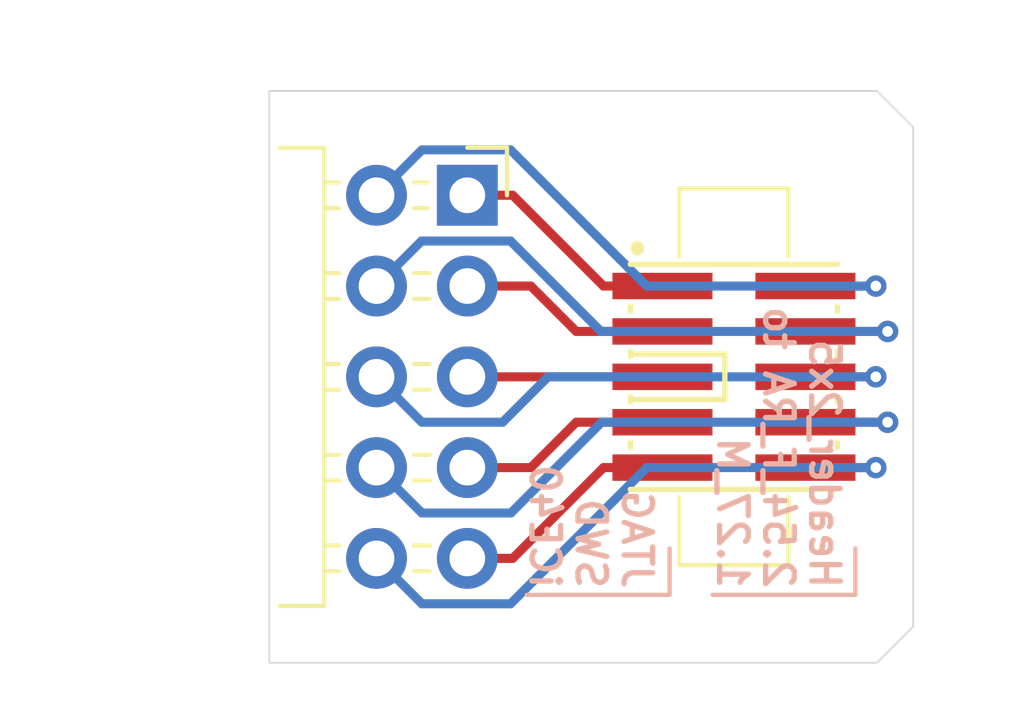
<source format=kicad_pcb>
(kicad_pcb (version 20171130) (host pcbnew "(5.1.5-0-10_14)")

  (general
    (thickness 1.2)
    (drawings 16)
    (tracks 45)
    (zones 0)
    (modules 2)
    (nets 11)
  )

  (page A4)
  (layers
    (0 F.Cu signal)
    (31 B.Cu signal)
    (32 B.Adhes user)
    (33 F.Adhes user)
    (34 B.Paste user)
    (35 F.Paste user)
    (36 B.SilkS user)
    (37 F.SilkS user)
    (38 B.Mask user)
    (39 F.Mask user)
    (40 Dwgs.User user)
    (41 Cmts.User user)
    (42 Eco1.User user)
    (43 Eco2.User user)
    (44 Edge.Cuts user)
    (45 Margin user)
    (46 B.CrtYd user)
    (47 F.CrtYd user)
    (48 B.Fab user)
    (49 F.Fab user)
  )

  (setup
    (last_trace_width 0.1524)
    (user_trace_width 0.1524)
    (user_trace_width 0.254)
    (trace_clearance 0.1524)
    (zone_clearance 0.508)
    (zone_45_only no)
    (trace_min 0.1524)
    (via_size 0.6)
    (via_drill 0.3)
    (via_min_size 0.6)
    (via_min_drill 0.3)
    (user_via 0.6 0.3)
    (uvia_size 0.3)
    (uvia_drill 0.1)
    (uvias_allowed no)
    (uvia_min_size 0.2)
    (uvia_min_drill 0.1)
    (edge_width 0.05)
    (segment_width 0.2)
    (pcb_text_width 0.3)
    (pcb_text_size 1.5 1.5)
    (mod_edge_width 0.12)
    (mod_text_size 1 1)
    (mod_text_width 0.15)
    (pad_size 1.524 1.524)
    (pad_drill 0.762)
    (pad_to_mask_clearance 0.05)
    (solder_mask_min_width 0.2)
    (aux_axis_origin 0 0)
    (grid_origin 150 100)
    (visible_elements FFFFFF7F)
    (pcbplotparams
      (layerselection 0x010fc_ffffffff)
      (usegerberextensions false)
      (usegerberattributes false)
      (usegerberadvancedattributes false)
      (creategerberjobfile false)
      (excludeedgelayer true)
      (linewidth 0.100000)
      (plotframeref false)
      (viasonmask false)
      (mode 1)
      (useauxorigin false)
      (hpglpennumber 1)
      (hpglpenspeed 20)
      (hpglpendiameter 15.000000)
      (psnegative false)
      (psa4output false)
      (plotreference true)
      (plotvalue true)
      (plotinvisibletext false)
      (padsonsilk false)
      (subtractmaskfromsilk false)
      (outputformat 1)
      (mirror false)
      (drillshape 1)
      (scaleselection 1)
      (outputdirectory ""))
  )

  (net 0 "")
  (net 1 PIN10)
  (net 2 PIN9)
  (net 3 PIN8)
  (net 4 PIN7)
  (net 5 PIN6)
  (net 6 PIN5)
  (net 7 PIN4)
  (net 8 PIN3)
  (net 9 PIN2)
  (net 10 PIN1)

  (net_class Default "This is the default net class."
    (clearance 0.1524)
    (trace_width 0.1524)
    (via_dia 0.6)
    (via_drill 0.3)
    (uvia_dia 0.3)
    (uvia_drill 0.1)
    (add_net PIN1)
    (add_net PIN10)
    (add_net PIN2)
    (add_net PIN3)
    (add_net PIN4)
    (add_net PIN5)
    (add_net PIN6)
    (add_net PIN7)
    (add_net PIN8)
    (add_net PIN9)
  )

  (module ng_conn:Samtec_FTSH-105-XX-X-DV-Mating locked (layer F.Cu) (tedit 5EF4313D) (tstamp 5EF1CAB3)
    (at 160 100 90)
    (path /5EF1D413)
    (attr smd)
    (fp_text reference J2 (at 0 4.5 90) (layer F.Fab) hide
      (effects (font (size 1 1) (thickness 0.15)))
    )
    (fp_text value 1.27_M (at 0 -4.5 90) (layer F.Fab) hide
      (effects (font (size 1 1) (thickness 0.15)))
    )
    (fp_circle (center 3.6 -2.7) (end 3.7 -2.7) (layer F.SilkS) (width 0.2))
    (fp_line (start 5.27 1.525) (end 5.27 -1.525) (layer F.SilkS) (width 0.12))
    (fp_line (start 5.27 1.525) (end 3.37 1.525) (layer F.SilkS) (width 0.12))
    (fp_line (start 5.27 -1.525) (end 3.37 -1.525) (layer F.SilkS) (width 0.12))
    (fp_line (start -5.27 -1.525) (end -5.27 1.525) (layer F.SilkS) (width 0.12))
    (fp_line (start -5.27 -1.525) (end -3.37 -1.525) (layer F.SilkS) (width 0.12))
    (fp_line (start -3.15 2.9) (end -3.15 -2.9) (layer F.SilkS) (width 0.15))
    (fp_line (start 3.15 2.9) (end 3.15 -2.9) (layer F.SilkS) (width 0.15))
    (fp_line (start 1.9812 -2.8956) (end 1.8288 -2.8956) (layer F.SilkS) (width 0.15))
    (fp_line (start 0.7112 -2.8956) (end 0.5588 -2.8956) (layer F.SilkS) (width 0.15))
    (fp_line (start -0.5588 -2.8956) (end -0.7112 -2.8956) (layer F.SilkS) (width 0.15))
    (fp_line (start -1.8288 -2.8956) (end -1.9812 -2.8956) (layer F.SilkS) (width 0.15))
    (fp_line (start -1.9812 2.8956) (end -1.8288 2.8956) (layer F.SilkS) (width 0.15))
    (fp_line (start -0.7112 2.8956) (end -0.5334 2.8956) (layer F.SilkS) (width 0.15))
    (fp_line (start 0.5588 2.8956) (end 0.7112 2.8956) (layer F.SilkS) (width 0.15))
    (fp_line (start 1.8288 2.8956) (end 1.9812 2.8956) (layer F.SilkS) (width 0.15))
    (fp_line (start 0.635 -2.794) (end 0.635 -0.254) (layer F.SilkS) (width 0.15))
    (fp_line (start 0.635 -0.254) (end -0.635 -0.254) (layer F.SilkS) (width 0.15))
    (fp_line (start -0.635 -0.254) (end -0.635 -2.794) (layer F.SilkS) (width 0.15))
    (fp_line (start 3.3 -3.05) (end 3.3 3.05) (layer F.CrtYd) (width 0.05))
    (fp_line (start 3.3 3.05) (end -3.3 3.05) (layer F.CrtYd) (width 0.05))
    (fp_line (start -3.3 3.05) (end -3.3 -3.05) (layer F.CrtYd) (width 0.05))
    (fp_line (start -3.3 -3.05) (end 3.3 -3.05) (layer F.CrtYd) (width 0.05))
    (fp_line (start -5.27 1.525) (end -3.37 1.525) (layer F.SilkS) (width 0.12))
    (pad 10 smd rect (at -2.54 2 270) (size 0.74 2.8) (layers F.Cu F.Paste F.Mask)
      (net 1 PIN10))
    (pad 9 smd rect (at -2.54 -2 270) (size 0.74 2.8) (layers F.Cu F.Paste F.Mask)
      (net 2 PIN9))
    (pad 8 smd rect (at -1.27 2 270) (size 0.74 2.8) (layers F.Cu F.Paste F.Mask)
      (net 3 PIN8))
    (pad 7 smd rect (at -1.27 -2 270) (size 0.74 2.8) (layers F.Cu F.Paste F.Mask)
      (net 4 PIN7))
    (pad 6 smd rect (at 0 2 270) (size 0.74 2.8) (layers F.Cu F.Paste F.Mask)
      (net 5 PIN6))
    (pad 5 smd rect (at 0 -2 270) (size 0.74 2.8) (layers F.Cu F.Paste F.Mask)
      (net 6 PIN5))
    (pad 4 smd rect (at 1.27 2 270) (size 0.74 2.8) (layers F.Cu F.Paste F.Mask)
      (net 7 PIN4))
    (pad 3 smd rect (at 1.27 -2 270) (size 0.74 2.8) (layers F.Cu F.Paste F.Mask)
      (net 8 PIN3))
    (pad 2 smd rect (at 2.54 2 270) (size 0.74 2.8) (layers F.Cu F.Paste F.Mask)
      (net 9 PIN2))
    (pad 1 smd rect (at 2.54 -2 270) (size 0.74 2.8) (layers F.Cu F.Paste F.Mask)
      (net 10 PIN1))
    (model ${KIPRJMOD}/models/ng_conn.3dshapes/FTSH-105-01-L-DV-K-TR.stp
      (offset (xyz 0 0 0.4))
      (scale (xyz 1 1 1))
      (rotate (xyz -90 0 180))
    )
  )

  (module local_conn:PinSocket_2x05_P2.54mm_RA locked (layer F.Cu) (tedit 5EF26127) (tstamp 5EF25130)
    (at 152.54 94.92)
    (descr "Through hole angled socket strip, 2x05, 2.54mm pitch, 8.51mm socket length, double cols (from Kicad 4.0.7), script generated")
    (tags "Through hole angled socket strip THT 2x05 2.54mm double row")
    (path /5EF1C5A8)
    (fp_text reference J1 (at -1.7272 -2.54) (layer F.SilkS) hide
      (effects (font (size 1 1) (thickness 0.15)))
    )
    (fp_text value 2.54_F_RA (at -4.826 3.048 90) (layer F.Fab)
      (effects (font (size 0.8 0.8) (thickness 0.15)))
    )
    (fp_line (start -4 11.49) (end -5.25 11.49) (layer F.SilkS) (width 0.12))
    (fp_line (start -4 -1.33) (end -5.25 -1.33) (layer F.SilkS) (width 0.12))
    (fp_line (start -4.06 11.43) (end -5.06 11.43) (layer F.Fab) (width 0.1))
    (fp_line (start -4.06 -1.27) (end -5.06 -1.27) (layer F.Fab) (width 0.1))
    (fp_line (start -5.54 -1.27) (end -5.54 11.43) (layer F.Fab) (width 0.1))
    (fp_text user %R (at -4.826 10.16 90) (layer F.Fab)
      (effects (font (size 0.8 0.8) (thickness 0.15)))
    )
    (fp_line (start 1.8 11.95) (end 1.8 -1.75) (layer F.CrtYd) (width 0.05))
    (fp_line (start -13.05 11.95) (end 1.8 11.95) (layer F.CrtYd) (width 0.05))
    (fp_line (start -13.05 -1.75) (end -13.05 11.95) (layer F.CrtYd) (width 0.05))
    (fp_line (start 1.8 -1.75) (end -13.05 -1.75) (layer F.CrtYd) (width 0.05))
    (fp_line (start 0 -1.33) (end 1.11 -1.33) (layer F.SilkS) (width 0.12))
    (fp_line (start 1.11 -1.33) (end 1.11 0) (layer F.SilkS) (width 0.12))
    (fp_line (start -4 -1.33) (end -4 11.49) (layer F.SilkS) (width 0.12))
    (fp_line (start -1.49 10.52) (end -1.05 10.52) (layer F.SilkS) (width 0.12))
    (fp_line (start -4 10.52) (end -3.59 10.52) (layer F.SilkS) (width 0.12))
    (fp_line (start -1.49 9.8) (end -1.05 9.8) (layer F.SilkS) (width 0.12))
    (fp_line (start -4 9.8) (end -3.59 9.8) (layer F.SilkS) (width 0.12))
    (fp_line (start -1.49 7.98) (end -1.05 7.98) (layer F.SilkS) (width 0.12))
    (fp_line (start -4 7.98) (end -3.59 7.98) (layer F.SilkS) (width 0.12))
    (fp_line (start -1.49 7.26) (end -1.05 7.26) (layer F.SilkS) (width 0.12))
    (fp_line (start -4 7.26) (end -3.59 7.26) (layer F.SilkS) (width 0.12))
    (fp_line (start -1.49 5.44) (end -1.05 5.44) (layer F.SilkS) (width 0.12))
    (fp_line (start -4 5.44) (end -3.59 5.44) (layer F.SilkS) (width 0.12))
    (fp_line (start -1.49 4.72) (end -1.05 4.72) (layer F.SilkS) (width 0.12))
    (fp_line (start -4 4.72) (end -3.59 4.72) (layer F.SilkS) (width 0.12))
    (fp_line (start -1.49 2.9) (end -1.05 2.9) (layer F.SilkS) (width 0.12))
    (fp_line (start -4 2.9) (end -3.59 2.9) (layer F.SilkS) (width 0.12))
    (fp_line (start -1.49 2.18) (end -1.05 2.18) (layer F.SilkS) (width 0.12))
    (fp_line (start -4 2.18) (end -3.59 2.18) (layer F.SilkS) (width 0.12))
    (fp_line (start -1.49 0.36) (end -1.11 0.36) (layer F.SilkS) (width 0.12))
    (fp_line (start -4 0.36) (end -3.59 0.36) (layer F.SilkS) (width 0.12))
    (fp_line (start -1.49 -0.36) (end -1.11 -0.36) (layer F.SilkS) (width 0.12))
    (fp_line (start -4 -0.36) (end -3.59 -0.36) (layer F.SilkS) (width 0.12))
    (fp_line (start 0 10.46) (end 0 9.86) (layer F.Fab) (width 0.1))
    (fp_line (start -4.06 10.46) (end 0 10.46) (layer F.Fab) (width 0.1))
    (fp_line (start 0 9.86) (end -4.06 9.86) (layer F.Fab) (width 0.1))
    (fp_line (start 0 7.92) (end 0 7.32) (layer F.Fab) (width 0.1))
    (fp_line (start -4.06 7.92) (end 0 7.92) (layer F.Fab) (width 0.1))
    (fp_line (start 0 7.32) (end -4.06 7.32) (layer F.Fab) (width 0.1))
    (fp_line (start 0 5.38) (end 0 4.78) (layer F.Fab) (width 0.1))
    (fp_line (start -4.06 5.38) (end 0 5.38) (layer F.Fab) (width 0.1))
    (fp_line (start 0 4.78) (end -4.06 4.78) (layer F.Fab) (width 0.1))
    (fp_line (start 0 2.84) (end 0 2.24) (layer F.Fab) (width 0.1))
    (fp_line (start -4.06 2.84) (end 0 2.84) (layer F.Fab) (width 0.1))
    (fp_line (start 0 2.24) (end -4.06 2.24) (layer F.Fab) (width 0.1))
    (fp_line (start 0 0.3) (end 0 -0.3) (layer F.Fab) (width 0.1))
    (fp_line (start -4.06 0.3) (end 0 0.3) (layer F.Fab) (width 0.1))
    (fp_line (start 0 -0.3) (end -4.06 -0.3) (layer F.Fab) (width 0.1))
    (fp_line (start -4.06 -1.27) (end -4.06 11.43) (layer F.Fab) (width 0.1))
    (pad 10 thru_hole oval (at -2.54 10.16) (size 1.7 1.7) (drill 1) (layers *.Cu *.Mask)
      (net 1 PIN10))
    (pad 9 thru_hole oval (at 0 10.16) (size 1.7 1.7) (drill 1) (layers *.Cu *.Mask)
      (net 2 PIN9))
    (pad 8 thru_hole oval (at -2.54 7.62) (size 1.7 1.7) (drill 1) (layers *.Cu *.Mask)
      (net 3 PIN8))
    (pad 7 thru_hole oval (at 0 7.62) (size 1.7 1.7) (drill 1) (layers *.Cu *.Mask)
      (net 4 PIN7))
    (pad 6 thru_hole oval (at -2.54 5.08) (size 1.7 1.7) (drill 1) (layers *.Cu *.Mask)
      (net 5 PIN6))
    (pad 5 thru_hole oval (at 0 5.08) (size 1.7 1.7) (drill 1) (layers *.Cu *.Mask)
      (net 6 PIN5))
    (pad 4 thru_hole oval (at -2.54 2.54) (size 1.7 1.7) (drill 1) (layers *.Cu *.Mask)
      (net 7 PIN4))
    (pad 3 thru_hole oval (at 0 2.54) (size 1.7 1.7) (drill 1) (layers *.Cu *.Mask)
      (net 8 PIN3))
    (pad 2 thru_hole oval (at -2.54 0) (size 1.7 1.7) (drill 1) (layers *.Cu *.Mask)
      (net 9 PIN2))
    (pad 1 thru_hole rect (at 0 0) (size 1.7 1.7) (drill 1) (layers *.Cu *.Mask)
      (net 10 PIN1))
    (model ${KISYS3DMOD}/Connector_PinSocket_2.54mm.3dshapes/PinSocket_2x05_P2.54mm_Horizontal.wrl
      (at (xyz 0 0 0))
      (scale (xyz 1 1 1))
      (rotate (xyz 0 0 0))
    )
  )

  (gr_line (start 163.4 106.1) (end 159.4 106.1) (layer B.SilkS) (width 0.12) (tstamp 5EF2C1A0))
  (gr_line (start 163.4 104.8) (end 163.4 106.1) (layer B.SilkS) (width 0.12) (tstamp 5EF2C19F))
  (gr_line (start 158.2 106.1) (end 154.2 106.1) (layer B.SilkS) (width 0.12))
  (gr_line (start 158.2 104.8) (end 158.2 106.1) (layer B.SilkS) (width 0.12))
  (gr_line (start 150 94.92) (end 150 108.5) (layer Dwgs.User) (width 0.1))
  (gr_line (start 165.016 93.016) (end 165.016 106.984) (layer Edge.Cuts) (width 0.05) (tstamp 5EF2AD93))
  (gr_text "JTAG\nSWD\niCE40" (at 156 106 270) (layer B.SilkS) (tstamp 5EF25B9E)
    (effects (font (size 0.8 0.8) (thickness 0.15)) (justify left mirror))
  )
  (gr_line (start 164 92) (end 165.016 93.016) (layer Edge.Cuts) (width 0.05) (tstamp 5EF25B4D))
  (gr_line (start 165.016 106.984) (end 164 108) (layer Edge.Cuts) (width 0.05) (tstamp 5EF25B23))
  (dimension 16 (width 0.1) (layer Dwgs.User)
    (gr_text "16.000 mm" (at 167 100 90) (layer Dwgs.User)
      (effects (font (size 0.8 0.8) (thickness 0.1)))
    )
    (feature1 (pts (xy 165.5 92) (xy 166.586421 92)))
    (feature2 (pts (xy 165.5 108) (xy 166.586421 108)))
    (crossbar (pts (xy 166 108) (xy 166 92)))
    (arrow1a (pts (xy 166 92) (xy 166.586421 93.126504)))
    (arrow1b (pts (xy 166 92) (xy 165.413579 93.126504)))
    (arrow2a (pts (xy 166 108) (xy 166.586421 106.873496)))
    (arrow2b (pts (xy 166 108) (xy 165.413579 106.873496)))
  )
  (dimension 18 (width 0.1) (layer Dwgs.User)
    (gr_text "18.000 mm" (at 156 90) (layer Dwgs.User)
      (effects (font (size 0.8 0.8) (thickness 0.1)))
    )
    (feature1 (pts (xy 165 91.5) (xy 165 90.413579)))
    (feature2 (pts (xy 147 91.5) (xy 147 90.413579)))
    (crossbar (pts (xy 147 91) (xy 165 91)))
    (arrow1a (pts (xy 165 91) (xy 163.873496 91.586421)))
    (arrow1b (pts (xy 165 91) (xy 163.873496 90.413579)))
    (arrow2a (pts (xy 147 91) (xy 148.126504 91.586421)))
    (arrow2b (pts (xy 147 91) (xy 148.126504 90.413579)))
  )
  (dimension 3 (width 0.1) (layer Dwgs.User)
    (gr_text "3.000 mm" (at 148.5 110) (layer Dwgs.User)
      (effects (font (size 0.8 0.8) (thickness 0.1)))
    )
    (feature1 (pts (xy 147 108.5) (xy 147 109.586421)))
    (feature2 (pts (xy 150 108.5) (xy 150 109.586421)))
    (crossbar (pts (xy 150 109) (xy 147 109)))
    (arrow1a (pts (xy 147 109) (xy 148.126504 108.413579)))
    (arrow1b (pts (xy 147 109) (xy 148.126504 109.586421)))
    (arrow2a (pts (xy 150 109) (xy 148.873496 108.413579)))
    (arrow2b (pts (xy 150 109) (xy 148.873496 109.586421)))
  )
  (gr_text "Header_2x5\n2.54_F_RA to\n1.27_M" (at 161.25 106 270) (layer B.SilkS)
    (effects (font (size 0.8 0.8) (thickness 0.15)) (justify left mirror))
  )
  (gr_line (start 164 108) (end 147 108) (layer Edge.Cuts) (width 0.05) (tstamp 5EF23D93))
  (gr_line (start 147 92) (end 164 92) (layer Edge.Cuts) (width 0.05))
  (gr_line (start 147 92) (end 147 108) (layer Edge.Cuts) (width 0.05))

  (via (at 163.97 102.54) (size 0.6) (drill 0.3) (layers F.Cu B.Cu) (net 1))
  (segment (start 163.97 102.54) (end 162 102.54) (width 0.254) (layer F.Cu) (net 1))
  (segment (start 157.56 102.54) (end 163.97 102.54) (width 0.254) (layer B.Cu) (net 1))
  (segment (start 153.75 106.35) (end 157.56 102.54) (width 0.254) (layer B.Cu) (net 1))
  (segment (start 151.27 106.35) (end 153.75 106.35) (width 0.254) (layer B.Cu) (net 1))
  (segment (start 150 105.08) (end 151.27 106.35) (width 0.254) (layer B.Cu) (net 1))
  (segment (start 153.81 105.08) (end 152.54 105.08) (width 0.254) (layer F.Cu) (net 2))
  (segment (start 156.35 102.54) (end 153.81 105.08) (width 0.254) (layer F.Cu) (net 2))
  (segment (start 158 102.54) (end 156.35 102.54) (width 0.254) (layer F.Cu) (net 2))
  (via (at 164.3 101.270002) (size 0.6) (drill 0.3) (layers F.Cu B.Cu) (net 3))
  (segment (start 164.299998 101.27) (end 164.3 101.270002) (width 0.254) (layer F.Cu) (net 3))
  (segment (start 162 101.27) (end 164.299998 101.27) (width 0.254) (layer F.Cu) (net 3))
  (segment (start 150 102.54) (end 151.27 103.81) (width 0.254) (layer B.Cu) (net 3))
  (segment (start 153.76 103.81) (end 156.299998 101.270002) (width 0.254) (layer B.Cu) (net 3))
  (segment (start 151.27 103.81) (end 153.76 103.81) (width 0.254) (layer B.Cu) (net 3))
  (segment (start 156.299998 101.270002) (end 163.875736 101.270002) (width 0.254) (layer B.Cu) (net 3))
  (segment (start 163.875736 101.270002) (end 164.3 101.270002) (width 0.254) (layer B.Cu) (net 3))
  (segment (start 154.318 102.54) (end 152.54 102.54) (width 0.254) (layer F.Cu) (net 4))
  (segment (start 155.588 101.27) (end 154.318 102.54) (width 0.254) (layer F.Cu) (net 4))
  (segment (start 158 101.27) (end 155.588 101.27) (width 0.254) (layer F.Cu) (net 4))
  (via (at 163.97 100) (size 0.6) (drill 0.3) (layers F.Cu B.Cu) (net 5))
  (segment (start 163.97 100) (end 162 100) (width 0.254) (layer F.Cu) (net 5))
  (segment (start 154.8 100) (end 163.97 100) (width 0.254) (layer B.Cu) (net 5))
  (segment (start 153.53 101.27) (end 154.8 100) (width 0.254) (layer B.Cu) (net 5))
  (segment (start 151.27 101.27) (end 153.53 101.27) (width 0.254) (layer B.Cu) (net 5))
  (segment (start 150 100) (end 151.27 101.27) (width 0.254) (layer B.Cu) (net 5))
  (segment (start 158 100) (end 152.54 100) (width 0.254) (layer F.Cu) (net 6))
  (via (at 164.299998 98.73) (size 0.6) (drill 0.3) (layers F.Cu B.Cu) (net 7))
  (segment (start 162 98.73) (end 164.299998 98.73) (width 0.254) (layer F.Cu) (net 7))
  (segment (start 156.28 98.73) (end 164.299998 98.73) (width 0.254) (layer B.Cu) (net 7))
  (segment (start 153.75 96.2) (end 156.28 98.73) (width 0.254) (layer B.Cu) (net 7))
  (segment (start 151.26 96.2) (end 153.75 96.2) (width 0.254) (layer B.Cu) (net 7))
  (segment (start 150 97.46) (end 151.26 96.2) (width 0.254) (layer B.Cu) (net 7))
  (segment (start 154.318 97.46) (end 152.54 97.46) (width 0.254) (layer F.Cu) (net 8))
  (segment (start 155.588 98.73) (end 154.318 97.46) (width 0.254) (layer F.Cu) (net 8))
  (segment (start 158 98.73) (end 155.588 98.73) (width 0.254) (layer F.Cu) (net 8))
  (via (at 163.97 97.46) (size 0.6) (drill 0.3) (layers F.Cu B.Cu) (net 9))
  (segment (start 163.97 97.46) (end 162 97.46) (width 0.254) (layer F.Cu) (net 9))
  (segment (start 157.56 97.46) (end 163.97 97.46) (width 0.254) (layer B.Cu) (net 9))
  (segment (start 153.75 93.65) (end 157.56 97.46) (width 0.254) (layer B.Cu) (net 9))
  (segment (start 151.27 93.65) (end 153.75 93.65) (width 0.254) (layer B.Cu) (net 9))
  (segment (start 150 94.92) (end 151.27 93.65) (width 0.254) (layer B.Cu) (net 9))
  (segment (start 156.35 97.46) (end 153.81 94.92) (width 0.254) (layer F.Cu) (net 10))
  (segment (start 153.81 94.92) (end 152.54 94.92) (width 0.254) (layer F.Cu) (net 10))
  (segment (start 158 97.46) (end 156.35 97.46) (width 0.254) (layer F.Cu) (net 10))

)

</source>
